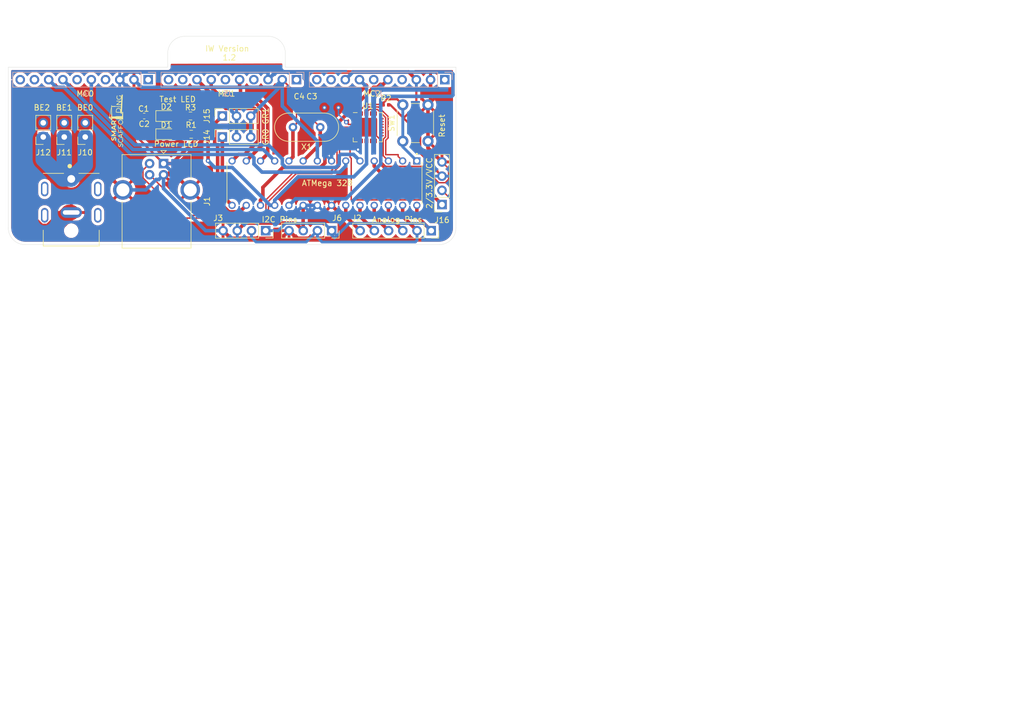
<source format=kicad_pcb>
(kicad_pcb (version 20171130) (host pcbnew "(5.1.5)-3")
  (layers (0 F.Cu mixed) (31 B.Cu signal) (34 B.Paste user) (35 F.Paste user) (36 B.SilkS user) (37 F.SilkS user) (38 B.Mask user) (39 F.Mask user) (44 Edge.Cuts user))
  (net 0 "")
  (net 1 VCC)
  (net 2 GND)
  (net 3 "Net-(C3-Pad1)")
  (net 4 "Net-(C4-Pad1)")
  (net 5 "Net-(D1-Pad2)")
  (net 6 "Net-(J1-Pad2)")
  (net 7 "Net-(J1-Pad3)")
  (net 8 /SCL)
  (net 9 /SDA)
  (net 10 "Net-(J2-Pad3)")
  (net 11 "Net-(J2-Pad4)")
  (net 12 "Net-(J2-Pad5)")
  (net 13 "Net-(J2-Pad6)")
  (net 14 /JointM1_1)
  (net 15 /JointM1_2)
  (net 16 /JointM1_PWM)
  (net 17 /JointM2_1)
  (net 18 /JointM2_2)
  (net 19 /JointM2_PWM)
  (net 20 /BEC_7V)
  (net 21 /GripperM1)
  (net 22 /GripperM2)
  (net 23 /PD2)
  (net 24 /3.3V)
  (net 25 /RST)
  (net 26 "Net-(U1-Pad1)")
  (net 27 "Net-(U1-Pad2)")
  (net 28 "Net-(U1-Pad7)")
  (net 29 "Net-(U1-Pad9)")
  (net 30 "Net-(U1-Pad10)")
  (net 31 "Net-(U1-Pad11)")
  (net 32 "Net-(U1-Pad12)")
  (net 33 "Net-(U1-Pad13)")
  (net 34 "Net-(U1-Pad14)")
  (net 35 "Net-(U1-Pad15)")
  (net 36 "Net-(U1-Pad16)")
  (net 37 "Net-(U1-Pad17)")
  (net 38 "Net-(U1-Pad18)")
  (net 39 "Net-(U1-Pad19)")
  (net 40 "Net-(U1-Pad20)")
  (net 41 "Net-(U1-Pad21)")
  (net 42 "Net-(U1-Pad22)")
  (net 43 "Net-(U1-Pad23)")
  (net 44 "Net-(U1-Pad24)")
  (net 45 /TXD)
  (net 46 /RXD)
  (net 47 "Net-(U1-Pad27)")
  (net 48 "Net-(D2-Pad2)")
  (net 49 "Net-(J4-Pad1)")
  (net 50 "Net-(J4-Pad4)")
  (net 51 /JointM0_PWM)
  (net 52 "Net-(J4-Pad6)")
  (net 53 /JointM0_2)
  (net 54 /JointM0_1)
  (net 55 "Net-(J4-Pad9)")
  (net 56 "Net-(J4-Pad10)")
  (net 57 "Net-(J5-Pad10)")
  (net 58 "Net-(J5-Pad9)")
  (net 59 "Net-(J5-Pad6)")
  (net 60 "Net-(J5-Pad4)")
  (net 61 "Net-(J5-Pad1)")
  (net 62 "Net-(J7-Pad1)")
  (net 63 "Net-(J7-Pad4)")
  (net 64 "Net-(J7-Pad6)")
  (net 65 "Net-(J7-Pad9)")
  (net 66 "Net-(J7-Pad10)")
  (module MountingHole:MountingHole_2.1mm (layer F.Cu) (at 119 43.75)
    (fp_text reference REF** hide)
    (fp_text value MountingHole_2.1mm)
    (pad "" np_thru_hole circle (at 0 0) (size 2.1 2.1) (drill 2.1) (layers *.Cu *.Mask))
  )
  (module MountingHole:MountingHole_2.1mm (layer F.Cu) (at 104 43.75)
    (fp_text reference REF** hide)
    (fp_text value MountingHole_2.1mm)
    (pad "" np_thru_hole circle (at 0 0) (size 2.1 2.1) (drill 2.1) (layers *.Cu *.Mask))
  )
  (module "" (layer F.Cu) (at 129.25 81.25)
    (fp_text reference "" (at 124.5 80.25) (layer F.SilkS) (effects (font (size 1.27 1.27))))
    (fp_text value "" (at 124.5 80.25) (layer F.SilkS) (effects (font (size 1.27 1.27))))
  )
  (module IW:MQPlogo3 (layer F.Cu) (at 91.8 55.9 90)
    (fp_text reference G*** hide)
    (fp_text value LOGO hide)
  )
  (module Capacitor_SMD:C_0402_1005Metric (layer F.Cu) (at 96.515 57.25)
    (fp_text reference C1 (at 0.185 -3.55) (layer F.SilkS))
    (fp_text value .1uF)
    (pad 1 smd roundrect (at -0.485 0) (size 0.59 0.64) (layers F.Cu F.Paste F.Mask) (net 1 VCC))
    (pad 2 smd roundrect (at 0.485 0) (size 0.59 0.64) (layers F.Cu F.Paste F.Mask) (net 2 GND))
  )
  (module Capacitor_SMD:C_0603_1608Metric (layer F.Cu) (at 96.7875 55 180)
    (fp_text reference C2 (at 0 -1.43) (layer F.SilkS))
    (fp_text value 10uF)
    (pad 1 smd roundrect (at -0.7875 0 180) (size 0.875 0.95) (layers F.Cu F.Paste F.Mask) (net 2 GND))
    (pad 2 smd roundrect (at 0.7875 0 180) (size 0.875 0.95) (layers F.Cu F.Paste F.Mask) (net 1 VCC))
  )
  (module Capacitor_SMD:C_0402_1005Metric (layer F.Cu) (at 126.75 52.5 180)
    (fp_text reference C3 (at 0 1) (layer F.SilkS))
    (fp_text value C)
    (pad 1 smd roundrect (at -0.485 0 180) (size 0.59 0.64) (layers F.Cu F.Paste F.Mask) (net 3 "Net-(C3-Pad1)"))
    (pad 2 smd roundrect (at 0.485 0 180) (size 0.59 0.64) (layers F.Cu F.Paste F.Mask) (net 2 GND))
  )
  (module Capacitor_SMD:C_0402_1005Metric (layer F.Cu) (at 124.485 52.5)
    (fp_text reference C4 (at 0 -1) (layer F.SilkS))
    (fp_text value C)
    (pad 2 smd roundrect (at 0.485 0) (size 0.59 0.64) (layers F.Cu F.Paste F.Mask) (net 2 GND))
    (pad 1 smd roundrect (at -0.485 0) (size 0.59 0.64) (layers F.Cu F.Paste F.Mask) (net 4 "Net-(C4-Pad1)"))
  )
  (module LED_SMD:LED_0805_2012Metric_Pad1.15x1.40mm_HandSolder (layer F.Cu) (at 100.725 58.25)
    (fp_text reference D1 (at 0 -1.65) (layer F.SilkS))
    (fp_text value LED)
    (pad 2 smd roundrect (at 1.025 0) (size 1.15 1.4) (layers F.Cu F.Paste F.Mask) (roundrect_rratio 0.217391) (net 5 "Net-(D1-Pad2)"))
    (pad 1 smd roundrect (at -1.025 0) (size 1.15 1.4) (layers F.Cu F.Paste F.Mask) (roundrect_rratio 0.217391) (net 2 GND))
  )
  (module LED_SMD:LED_0805_2012Metric_Pad1.15x1.40mm_HandSolder (layer F.Cu) (at 100.725 55)
    (fp_text reference D2 (at 0 -1.65) (layer F.SilkS))
    (fp_text value LED)
    (pad 1 smd roundrect (at -1.025 0) (size 1.15 1.4) (layers F.Cu F.Paste F.Mask) (roundrect_rratio 0.217391) (net 2 GND))
    (pad 2 smd roundrect (at 1.025 0) (size 1.15 1.4) (layers F.Cu F.Paste F.Mask) (roundrect_rratio 0.217391) (net 48 "Net-(D2-Pad2)"))
  )
  (module Connector_USB:USB_B_OST_USB-B1HSxx_Horizontal (layer F.Cu) (at 100.25 63.5 270)
    (fp_text reference J1 (at 6.76 -7.77 90) (layer F.SilkS))
    (fp_text value USB_B)
    (pad 1 thru_hole rect (at 0 0 270) (size 1.7 1.7) (drill 0.92) (layers *.Cu *.Mask) (net 1 VCC))
    (pad 2 thru_hole circle (at 0 2.5 270) (size 1.7 1.7) (drill 0.92) (layers *.Cu *.Mask) (net 6 "Net-(J1-Pad2)"))
    (pad 3 thru_hole circle (at 2 2.5 270) (size 1.7 1.7) (drill 0.92) (layers *.Cu *.Mask) (net 7 "Net-(J1-Pad3)"))
    (pad 4 thru_hole circle (at 2 0 270) (size 1.7 1.7) (drill 0.92) (layers *.Cu *.Mask) (net 2 GND))
    (pad 5 thru_hole circle (at 4.71 -4.77 270) (size 3.5 3.5) (drill 2.33) (layers *.Cu *.Mask) (net 2 GND))
    (pad 5 thru_hole circle (at 4.71 7.27 270) (size 3.5 3.5) (drill 2.33) (layers *.Cu *.Mask) (net 2 GND))
  )
  (module Connector_PinSocket_2.54mm:PinSocket_1x04_P2.54mm_Vertical (layer F.Cu) (at 118.5 75.5 270)
    (fp_text reference J3 (at -2.25 8.5 180) (layer F.SilkS))
    (fp_text value Encoder1)
    (pad 1 thru_hole rect (at 0 0 270) (size 1.7 1.7) (drill 1) (layers *.Cu *.Mask) (net 8 /SCL))
    (pad 2 thru_hole oval (at 0 2.54 270) (size 1.7 1.7) (drill 1) (layers *.Cu *.Mask) (net 9 /SDA))
    (pad 3 thru_hole oval (at 0 5.08 270) (size 1.7 1.7) (drill 1) (layers *.Cu *.Mask) (net 1 VCC))
    (pad 4 thru_hole oval (at 0 7.62 270) (size 1.7 1.7) (drill 1) (layers *.Cu *.Mask) (net 2 GND))
  )
  (module Connector_PinSocket_2.54mm:PinSocket_1x04_P2.54mm_Vertical (layer F.Cu) (at 130.29 75.5 270)
    (fp_text reference J6 (at -2.25 -0.96 180) (layer F.SilkS))
    (fp_text value "I2C Conn")
    (pad 1 thru_hole rect (at 0 0 270) (size 1.7 1.7) (drill 1) (layers *.Cu *.Mask) (net 8 /SCL))
    (pad 2 thru_hole oval (at 0 2.54 270) (size 1.7 1.7) (drill 1) (layers *.Cu *.Mask) (net 9 /SDA))
    (pad 3 thru_hole oval (at 0 5.08 270) (size 1.7 1.7) (drill 1) (layers *.Cu *.Mask) (net 1 VCC))
    (pad 4 thru_hole oval (at 0 7.62 270) (size 1.7 1.7) (drill 1) (layers *.Cu *.Mask) (net 2 GND))
  )
  (module Connector_PinSocket_2.54mm:PinSocket_1x02_P2.54mm_Vertical (layer F.Cu) (at 86.25 58.75 180)
    (fp_text reference J10 (at 0 -2.77) (layer F.SilkS))
    (fp_text value BCE_JM1)
    (pad 1 thru_hole rect (at 0 0 180) (size 1.7 1.7) (drill 1) (layers *.Cu *.Mask) (net 20 /BEC_7V))
    (pad 2 thru_hole oval (at 0 2.54 180) (size 1.7 1.7) (drill 1) (layers *.Cu *.Mask) (net 2 GND))
  )
  (module Connector_PinSocket_2.54mm:PinSocket_1x02_P2.54mm_Vertical (layer F.Cu) (at 82.5 58.75 180)
    (fp_text reference J11 (at 0 -2.77) (layer F.SilkS))
    (fp_text value BCE_JM2)
    (pad 2 thru_hole oval (at 0 2.54 180) (size 1.7 1.7) (drill 1) (layers *.Cu *.Mask) (net 2 GND))
    (pad 1 thru_hole rect (at 0 0 180) (size 1.7 1.7) (drill 1) (layers *.Cu *.Mask) (net 20 /BEC_7V))
  )
  (module Connector_PinSocket_2.54mm:PinSocket_1x02_P2.54mm_Vertical (layer F.Cu) (at 78.75 58.75 180)
    (fp_text reference J12 (at 0 -2.77) (layer F.SilkS))
    (fp_text value BCE_JM3)
    (pad 1 thru_hole rect (at 0 0 180) (size 1.7 1.7) (drill 1) (layers *.Cu *.Mask) (net 20 /BEC_7V))
    (pad 2 thru_hole oval (at 0 2.54 180) (size 1.7 1.7) (drill 1) (layers *.Cu *.Mask) (net 2 GND))
  )
  (module PJ-082BH:CUI_PJ-082BH (layer F.Cu) (at 83.75 71.75 90)
    (fp_text reference J13 hide)
    (fp_text value "High Voltage Power Supply")
    (pad 1 thru_hole circle (at 5.5 0 90) (size 2.1 2.1) (drill 1.4) (layers *.Cu *.Mask) (net 20 /BEC_7V))
    (pad 2 thru_hole oval (at -0.5 0 90) (size 1.9 3.8) (drill oval 0.8 3) (layers *.Cu *.Mask) (net 2 GND))
    (pad 3 thru_hole oval (at 3.7 -4.75 90) (size 2.616 1.308) (drill oval 2 0.8) (layers *.Cu *.Mask))
    (pad 4 thru_hole oval (at -1 -4.75 90) (size 2.616 1.308) (drill oval 2 0.8) (layers *.Cu *.Mask))
    (pad 5 thru_hole oval (at -1 4.75 90) (size 2.616 1.308) (drill oval 2 0.8) (layers *.Cu *.Mask))
    (pad 6 thru_hole oval (at 3.7 4.75 90) (size 2.616 1.308) (drill oval 2 0.8) (layers *.Cu *.Mask))
    (pad None np_thru_hole circle (at -3.75 0 90) (size 1.6 1.6) (drill 1.6) (layers *.Cu *.Mask))
  )
  (module Connector_PinSocket_2.54mm:PinSocket_1x03_P2.54mm_Vertical (layer F.Cu) (at 110.75 58.75 90)
    (fp_text reference J14 (at 0 -2.77 90) (layer F.SilkS))
    (fp_text value GipperM1)
    (pad 3 thru_hole oval (at 0 5.08 90) (size 1.7 1.7) (drill 1) (layers *.Cu *.Mask) (net 2 GND))
    (pad 2 thru_hole oval (at 0 2.54 90) (size 1.7 1.7) (drill 1) (layers *.Cu *.Mask) (net 1 VCC))
    (pad 1 thru_hole rect (at 0 0 90) (size 1.7 1.7) (drill 1) (layers *.Cu *.Mask) (net 21 /GripperM1))
  )
  (module Connector_PinSocket_2.54mm:PinSocket_1x03_P2.54mm_Vertical (layer F.Cu) (at 110.75 55 90)
    (fp_text reference J15 (at 0 -2.77 90) (layer F.SilkS))
    (fp_text value GipperM2)
    (pad 1 thru_hole rect (at 0 0 90) (size 1.7 1.7) (drill 1) (layers *.Cu *.Mask) (net 22 /GripperM2))
    (pad 2 thru_hole oval (at 0 2.54 90) (size 1.7 1.7) (drill 1) (layers *.Cu *.Mask) (net 1 VCC))
    (pad 3 thru_hole oval (at 0 5.08 90) (size 1.7 1.7) (drill 1) (layers *.Cu *.Mask) (net 2 GND))
  )
  (module Connector_PinSocket_2.54mm:PinSocket_1x04_P2.54mm_Vertical (layer F.Cu) (at 150 70.83 180)
    (fp_text reference J16 (at 0 -2.77) (layer F.SilkS))
    (fp_text value "3.3V and 5V")
    (pad 4 thru_hole oval (at 0 7.62 180) (size 1.7 1.7) (drill 1) (layers *.Cu *.Mask) (net 2 GND))
    (pad 3 thru_hole oval (at 0 5.08 180) (size 1.7 1.7) (drill 1) (layers *.Cu *.Mask) (net 1 VCC))
    (pad 2 thru_hole oval (at 0 2.54 180) (size 1.7 1.7) (drill 1) (layers *.Cu *.Mask) (net 24 /3.3V))
    (pad 1 thru_hole rect (at 0 0 180) (size 1.7 1.7) (drill 1) (layers *.Cu *.Mask) (net 23 /PD2))
  )
  (module Resistor_SMD:R_0805_2012Metric (layer F.Cu) (at 105.1875 58.25)
    (fp_text reference R1 (at 0 -1.65) (layer F.SilkS))
    (fp_text value 470)
    (pad 2 smd roundrect (at 0.9375 0) (size 0.975 1.4) (layers F.Cu F.Paste F.Mask) (net 1 VCC))
    (pad 1 smd roundrect (at -0.9375 0) (size 0.975 1.4) (layers F.Cu F.Paste F.Mask) (net 5 "Net-(D1-Pad2)"))
  )
  (module Resistor_SMD:R_0402_1005Metric (layer F.Cu) (at 139.985 53)
    (fp_text reference R2 (at 0 -1.17) (layer F.SilkS))
    (fp_text value R)
    (pad 1 smd roundrect (at -0.485 0) (size 0.59 0.64) (layers F.Cu F.Paste F.Mask) (net 25 /RST))
    (pad 2 smd roundrect (at 0.485 0) (size 0.59 0.64) (layers F.Cu F.Paste F.Mask) (net 1 VCC))
  )
  (module Resistor_SMD:R_0805_2012Metric (layer F.Cu) (at 105.0625 55)
    (fp_text reference R3 (at 0 -1.515001) (layer F.SilkS))
    (fp_text value 470)
    (pad 1 smd roundrect (at -0.9375 0) (size 0.975 1.4) (layers F.Cu F.Paste F.Mask) (net 48 "Net-(D2-Pad2)"))
    (pad 2 smd roundrect (at 0.9375 0) (size 0.975 1.4) (layers F.Cu F.Paste F.Mask) (net 18 /JointM2_2))
  )
  (module Button_Switch_THT:SW_PUSH_6mm (layer F.Cu) (at 143 59.5 90)
    (fp_text reference SW1 (at 3.25 -2 90) (layer F.SilkS))
    (fp_text value "Reset PB")
    (pad 2 thru_hole circle (at 0 4.5 180) (size 2 2) (drill 1.1) (layers *.Cu *.Mask) (net 2 GND))
    (pad 1 thru_hole circle (at 0 0 180) (size 2 2) (drill 1.1) (layers *.Cu *.Mask) (net 25 /RST))
    (pad 2 thru_hole circle (at 6.5 4.5 180) (size 2 2) (drill 1.1) (layers *.Cu *.Mask) (net 2 GND))
    (pad 1 thru_hole circle (at 6.5 0 180) (size 2 2) (drill 1.1) (layers *.Cu *.Mask) (net 25 /RST))
  )
  (module Package_DFN_QFN:QFN-28-1EP_5x5mm_P0.5mm_EP3.35x3.35mm (layer F.Cu) (at 136.75 57)
    (fp_text reference U1 (at 0 -3.8) (layer F.SilkS))
    (fp_text value CP2102N-A01-GQFN28)
    (pad 29 smd roundrect (at 0 0) (size 3.35 3.35) (layers F.Cu F.Mask) (roundrect_rratio 0.074627) (net 2 GND))
    (pad 1 smd roundrect (at -2.45 -1.5) (size 0.8 0.25) (layers F.Cu F.Paste F.Mask) (net 26 "Net-(U1-Pad1)"))
    (pad 2 smd roundrect (at -2.45 -1) (size 0.8 0.25) (layers F.Cu F.Paste F.Mask) (net 27 "Net-(U1-Pad2)"))
    (pad 3 smd roundrect (at -2.45 -0.5) (size 0.8 0.25) (layers F.Cu F.Paste F.Mask) (net 2 GND))
    (pad 4 smd roundrect (at -2.45 0) (size 0.8 0.25) (layers F.Cu F.Paste F.Mask) (net 7 "Net-(J1-Pad3)"))
    (pad 5 smd roundrect (at -2.45 0.5) (size 0.8 0.25) (layers F.Cu F.Paste F.Mask) (net 6 "Net-(J1-Pad2)"))
    (pad 6 smd roundrect (at -2.45 1) (size 0.8 0.25) (layers F.Cu F.Paste F.Mask) (net 24 /3.3V))
    (pad 7 smd roundrect (at -2.45 1.5) (size 0.8 0.25) (layers F.Cu F.Paste F.Mask) (net 28 "Net-(U1-Pad7)"))
    (pad 8 smd roundrect (at -1.5 2.45) (size 0.25 0.8) (layers F.Cu F.Paste F.Mask) (net 1 VCC))
    (pad 9 smd roundrect (at -1 2.45) (size 0.25 0.8) (layers F.Cu F.Paste F.Mask) (net 29 "Net-(U1-Pad9)"))
    (pad 10 smd roundrect (at -0.5 2.45) (size 0.25 0.8) (layers F.Cu F.Paste F.Mask) (net 30 "Net-(U1-Pad10)"))
    (pad 11 smd roundrect (at 0 2.45) (size 0.25 0.8) (layers F.Cu F.Paste F.Mask) (net 31 "Net-(U1-Pad11)"))
    (pad 12 smd roundrect (at 0.5 2.45) (size 0.25 0.8) (layers F.Cu F.Paste F.Mask) (net 32 "Net-(U1-Pad12)"))
    (pad 13 smd roundrect (at 1 2.45) (size 0.25 0.8) (layers F.Cu F.Paste F.Mask) (net 33 "Net-(U1-Pad13)"))
    (pad 14 smd roundrect (at 1.5 2.45) (size 0.25 0.8) (layers F.Cu F.Paste F.Mask) (net 34 "Net-(U1-Pad14)"))
    (pad 15 smd roundrect (at 2.45 1.5) (size 0.8 0.25) (layers F.Cu F.Paste F.Mask) (net 35 "Net-(U1-Pad15)"))
    (pad 16 smd roundrect (at 2.45 1) (size 0.8 0.25) (layers F.Cu F.Paste F.Mask) (net 36 "Net-(U1-Pad16)"))
    (pad 17 smd roundrect (at 2.45 0.5) (size 0.8 0.25) (layers F.Cu F.Paste F.Mask) (net 37 "Net-(U1-Pad17)"))
    (pad 18 smd roundrect (at 2.45 0) (size 0.8 0.25) (layers F.Cu F.Paste F.Mask) (net 38 "Net-(U1-Pad18)"))
    (pad 19 smd roundrect (at 2.45 -0.5) (size 0.8 0.25) (layers F.Cu F.Paste F.Mask) (net 39 "Net-(U1-Pad19)"))
    (pad 20 smd roundrect (at 2.45 -1) (size 0.8 0.25) (layers F.Cu F.Paste F.Mask) (net 40 "Net-(U1-Pad20)"))
    (pad 21 smd roundrect (at 2.45 -1.5) (size 0.8 0.25) (layers F.Cu F.Paste F.Mask) (net 41 "Net-(U1-Pad21)"))
    (pad 22 smd roundrect (at 1.5 -2.45) (size 0.25 0.8) (layers F.Cu F.Paste F.Mask) (net 42 "Net-(U1-Pad22)"))
    (pad 23 smd roundrect (at 1 -2.45) (size 0.25 0.8) (layers F.Cu F.Paste F.Mask) (net 43 "Net-(U1-Pad23)"))
    (pad 24 smd roundrect (at 0.5 -2.45) (size 0.25 0.8) (layers F.Cu F.Paste F.Mask) (net 44 "Net-(U1-Pad24)"))
    (pad 25 smd roundrect (at 0 -2.45) (size 0.25 0.8) (layers F.Cu F.Paste F.Mask) (net 45 /TXD))
    (pad 26 smd roundrect (at -0.5 -2.45) (size 0.25 0.8) (layers F.Cu F.Paste F.Mask) (net 46 /RXD))
    (pad 27 smd roundrect (at -1 -2.45) (size 0.25 0.8) (layers F.Cu F.Paste F.Mask) (net 47 "Net-(U1-Pad27)"))
    (pad 28 smd roundrect (at -1.5 -2.45) (size 0.25 0.8) (layers F.Cu F.Paste F.Mask) (net 25 /RST))
  )
  (module ATMEGA8-16PU:DIP793W45P254L3479H457Q28 (layer F.Cu) (at 129 67 270)
    (fp_text reference U2 hide)
    (fp_text value ATMEGA8-16PU)
    (pad 1 thru_hole rect (at -3.969 -16.51 270) (size 1.298 1.298) (drill 0.79) (layers *.Cu *.Mask) (net 25 /RST))
    (pad 2 thru_hole circle (at -3.969 -13.97 270) (size 1.298 1.298) (drill 0.79) (layers *.Cu *.Mask) (net 46 /RXD))
    (pad 3 thru_hole circle (at -3.969 -11.43 270) (size 1.298 1.298) (drill 0.79) (layers *.Cu *.Mask) (net 45 /TXD))
    (pad 4 thru_hole circle (at -3.969 -8.89 270) (size 1.298 1.298) (drill 0.79) (layers *.Cu *.Mask) (net 23 /PD2))
    (pad 5 thru_hole circle (at -3.969 -6.35 270) (size 1.298 1.298) (drill 0.79) (layers *.Cu *.Mask) (net 51 /JointM0_PWM))
    (pad 6 thru_hole circle (at -3.969 -3.81 270) (size 1.298 1.298) (drill 0.79) (layers *.Cu *.Mask) (net 54 /JointM0_1))
    (pad 7 thru_hole circle (at -3.969 -1.27 270) (size 1.298 1.298) (drill 0.79) (layers *.Cu *.Mask) (net 1 VCC))
    (pad 8 thru_hole circle (at -3.969 1.27 270) (size 1.298 1.298) (drill 0.79) (layers *.Cu *.Mask) (net 2 GND))
    (pad 9 thru_hole circle (at -3.969 3.81 270) (size 1.298 1.298) (drill 0.79) (layers *.Cu *.Mask) (net 3 "Net-(C3-Pad1)"))
    (pad 10 thru_hole circle (at -3.969 6.35 270) (size 1.298 1.298) (drill 0.79) (layers *.Cu *.Mask) (net 4 "Net-(C4-Pad1)"))
    (pad 11 thru_hole circle (at -3.969 8.89 270) (size 1.298 1.298) (drill 0.79) (layers *.Cu *.Mask) (net 53 /JointM0_2))
    (pad 12 thru_hole circle (at -3.969 11.43 270) (size 1.298 1.298) (drill 0.79) (layers *.Cu *.Mask) (net 16 /JointM1_PWM))
    (pad 13 thru_hole circle (at -3.969 13.97 270) (size 1.298 1.298) (drill 0.79) (layers *.Cu *.Mask) (net 15 /JointM1_2))
    (pad 14 thru_hole circle (at -3.969 16.51 270) (size 1.298 1.298) (drill 0.79) (layers *.Cu *.Mask) (net 14 /JointM1_1))
    (pad 15 thru_hole circle (at 3.969 16.51 270) (size 1.298 1.298) (drill 0.79) (layers *.Cu *.Mask) (net 21 /GripperM1))
    (pad 16 thru_hole circle (at 3.969 13.97 270) (size 1.298 1.298) (drill 0.79) (layers *.Cu *.Mask) (net 22 /GripperM2))
    (pad 17 thru_hole circle (at 3.969 11.43 270) (size 1.298 1.298) (drill 0.79) (layers *.Cu *.Mask) (net 19 /JointM2_PWM))
    (pad 18 thru_hole circle (at 3.969 8.89 270) (size 1.298 1.298) (drill 0.79) (layers *.Cu *.Mask) (net 18 /JointM2_2))
    (pad 19 thru_hole circle (at 3.969 6.35 270) (size 1.298 1.298) (drill 0.79) (layers *.Cu *.Mask) (net 17 /JointM2_1))
    (pad 20 thru_hole circle (at 3.969 3.81 270) (size 1.298 1.298) (drill 0.79) (layers *.Cu *.Mask) (net 1 VCC))
    (pad 21 thru_hole circle (at 3.969 1.27 270) (size 1.298 1.298) (drill 0.79) (layers *.Cu *.Mask) (net 1 VCC))
    (pad 22 thru_hole circle (at 3.969 -1.27 270) (size 1.298 1.298) (drill 0.79) (layers *.Cu *.Mask) (net 2 GND))
    (pad 23 thru_hole circle (at 3.969 -3.81 270) (size 1.298 1.298) (drill 0.79) (layers *.Cu *.Mask) (net 13 "Net-(J2-Pad6)"))
    (pad 24 thru_hole circle (at 3.969 -6.35 270) (size 1.298 1.298) (drill 0.79) (layers *.Cu *.Mask) (net 12 "Net-(J2-Pad5)"))
    (pad 25 thru_hole circle (at 3.969 -8.89 270) (size 1.298 1.298) (drill 0.79) (layers *.Cu *.Mask) (net 11 "Net-(J2-Pad4)"))
    (pad 26 thru_hole circle (at 3.969 -11.43 270) (size 1.298 1.298) (drill 0.79) (layers *.Cu *.Mask) (net 10 "Net-(J2-Pad3)"))
    (pad 27 thru_hole circle (at 3.969 -13.97 270) (size 1.298 1.298) (drill 0.79) (layers *.Cu *.Mask) (net 9 /SDA))
    (pad 28 thru_hole circle (at 3.969 -16.51 270) (size 1.298 1.298) (drill 0.79) (layers *.Cu *.Mask) (net 8 /SCL))
  )
  (module Crystal:Crystal_HC49-4H_Vertical (layer F.Cu) (at 128.25 57 180)
    (fp_text reference X1 (at 2.44 -3.525) (layer F.SilkS))
    (fp_text value 16MHz)
    (pad 1 thru_hole circle (at 0 0 180) (size 1.5 1.5) (drill 0.8) (layers *.Cu *.Mask) (net 3 "Net-(C3-Pad1)"))
    (pad 2 thru_hole circle (at 4.88 0 180) (size 1.5 1.5) (drill 0.8) (layers *.Cu *.Mask) (net 4 "Net-(C4-Pad1)"))
  )
  (module Connector_PinSocket_2.54mm:PinSocket_1x06_P2.54mm_Vertical (layer F.Cu) (at 148.08 75.5 270)
    (fp_text reference J2 (at -2.25 13.33 180) (layer F.SilkS))
    (fp_text value "Analog In")
    (pad 1 thru_hole rect (at 0 0 270) (size 1.7 1.7) (drill 1) (layers *.Cu *.Mask) (net 8 /SCL))
    (pad 2 thru_hole oval (at 0 2.54 270) (size 1.7 1.7) (drill 1) (layers *.Cu *.Mask) (net 9 /SDA))
    (pad 3 thru_hole oval (at 0 5.08 270) (size 1.7 1.7) (drill 1) (layers *.Cu *.Mask) (net 10 "Net-(J2-Pad3)"))
    (pad 4 thru_hole oval (at 0 7.62 270) (size 1.7 1.7) (drill 1) (layers *.Cu *.Mask) (net 11 "Net-(J2-Pad4)"))
    (pad 5 thru_hole oval (at 0 10.16 270) (size 1.7 1.7) (drill 1) (layers *.Cu *.Mask) (net 12 "Net-(J2-Pad5)"))
    (pad 6 thru_hole oval (at 0 12.7 270) (size 1.7 1.7) (drill 1) (layers *.Cu *.Mask) (net 13 "Net-(J2-Pad6)"))
  )
  (module Connector_PinSocket_2.54mm:PinSocket_1x10_P2.54mm_Vertical (layer B.Cu) (at 97.5 48.5 90)
    (fp_text reference J4 (at -2.5 -11 -180) (layer B.SilkS) (effects (justify mirror)))
    (fp_text value "Joint 0")
    (pad 1 thru_hole rect (at 0 0 90) (size 1.7 1.7) (drill 1) (layers *.Cu *.Mask) (net 49 "Net-(J4-Pad1)"))
    (pad 2 thru_hole oval (at 0 -2.54 90) (size 1.7 1.7) (drill 1) (layers *.Cu *.Mask) (net 2 GND))
    (pad 3 thru_hole oval (at 0 -5.08 90) (size 1.7 1.7) (drill 1) (layers *.Cu *.Mask) (net 1 VCC))
    (pad 4 thru_hole oval (at 0 -7.62 90) (size 1.7 1.7) (drill 1) (layers *.Cu *.Mask) (net 50 "Net-(J4-Pad4)"))
    (pad 5 thru_hole oval (at 0 -10.16 90) (size 1.7 1.7) (drill 1) (layers *.Cu *.Mask) (net 51 /JointM0_PWM))
    (pad 6 thru_hole oval (at 0 -12.7 90) (size 1.7 1.7) (drill 1) (layers *.Cu *.Mask) (net 52 "Net-(J4-Pad6)"))
    (pad 7 thru_hole oval (at 0 -15.24 90) (size 1.7 1.7) (drill 1) (layers *.Cu *.Mask) (net 53 /JointM0_2))
    (pad 8 thru_hole oval (at 0 -17.78 90) (size 1.7 1.7) (drill 1) (layers *.Cu *.Mask) (net 54 /JointM0_1))
    (pad 9 thru_hole oval (at 0 -20.32 90) (size 1.7 1.7) (drill 1) (layers *.Cu *.Mask) (net 55 "Net-(J4-Pad9)"))
    (pad 10 thru_hole oval (at 0 -22.86 90) (size 1.7 1.7) (drill 1) (layers *.Cu *.Mask) (net 56 "Net-(J4-Pad10)"))
  )
  (module Connector_PinSocket_2.54mm:PinSocket_1x10_P2.54mm_Vertical (layer B.Cu) (at 124 48.5 90)
    (fp_text reference J5 (at -2.5 -12.29 -180) (layer B.SilkS) (effects (justify mirror)))
    (fp_text value "Joint 1")
    (pad 10 thru_hole oval (at 0 -22.86 90) (size 1.7 1.7) (drill 1) (layers *.Cu *.Mask) (net 57 "Net-(J5-Pad10)"))
    (pad 9 thru_hole oval (at 0 -20.32 90) (size 1.7 1.7) (drill 1) (layers *.Cu *.Mask) (net 58 "Net-(J5-Pad9)"))
    (pad 8 thru_hole oval (at 0 -17.78 90) (size 1.7 1.7) (drill 1) (layers *.Cu *.Mask) (net 14 /JointM1_1))
    (pad 7 thru_hole oval (at 0 -15.24 90) (size 1.7 1.7) (drill 1) (layers *.Cu *.Mask) (net 15 /JointM1_2))
    (pad 6 thru_hole oval (at 0 -12.7 90) (size 1.7 1.7) (drill 1) (layers *.Cu *.Mask) (net 59 "Net-(J5-Pad6)"))
    (pad 5 thru_hole oval (at 0 -10.16 90) (size 1.7 1.7) (drill 1) (layers *.Cu *.Mask) (net 16 /JointM1_PWM))
    (pad 4 thru_hole oval (at 0 -7.62 90) (size 1.7 1.7) (drill 1) (layers *.Cu *.Mask) (net 60 "Net-(J5-Pad4)"))
    (pad 3 thru_hole oval (at 0 -5.08 90) (size 1.7 1.7) (drill 1) (layers *.Cu *.Mask) (net 1 VCC))
    (pad 2 thru_hole oval (at 0 -2.54 90) (size 1.7 1.7) (drill 1) (layers *.Cu *.Mask) (net 2 GND))
    (pad 1 thru_hole rect (at 0 0 90) (size 1.7 1.7) (drill 1) (layers *.Cu *.Mask) (net 61 "Net-(J5-Pad1)"))
  )
  (module Connector_PinSocket_2.54mm:PinSocket_1x10_P2.54mm_Vertical (layer B.Cu) (at 150.5 48.5 90)
    (fp_text reference J7 (at -2.5 -11.75 -180) (layer B.SilkS) (effects (justify mirror)))
    (fp_text value "Joint 2")
    (pad 1 thru_hole rect (at 0 0 90) (size 1.7 1.7) (drill 1) (layers *.Cu *.Mask) (net 62 "Net-(J7-Pad1)"))
    (pad 2 thru_hole oval (at 0 -2.54 90) (size 1.7 1.7) (drill 1) (layers *.Cu *.Mask) (net 2 GND))
    (pad 3 thru_hole oval (at 0 -5.08 90) (size 1.7 1.7) (drill 1) (layers *.Cu *.Mask) (net 1 VCC))
    (pad 4 thru_hole oval (at 0 -7.62 90) (size 1.7 1.7) (drill 1) (layers *.Cu *.Mask) (net 63 "Net-(J7-Pad4)"))
    (pad 5 thru_hole oval (at 0 -10.16 90) (size 1.7 1.7) (drill 1) (layers *.Cu *.Mask) (net 19 /JointM2_PWM))
    (pad 6 thru_hole oval (at 0 -12.7 90) (size 1.7 1.7) (drill 1) (layers *.Cu *.Mask) (net 64 "Net-(J7-Pad6)"))
    (pad 7 thru_hole oval (at 0 -15.24 90) (size 1.7 1.7) (drill 1) (layers *.Cu *.Mask) (net 18 /JointM2_2))
    (pad 8 thru_hole oval (at 0 -17.78 90) (size 1.7 1.7) (drill 1) (layers *.Cu *.Mask) (net 17 /JointM2_1))
    (pad 9 thru_hole oval (at 0 -20.32 90) (size 1.7 1.7) (drill 1) (layers *.Cu *.Mask) (net 65 "Net-(J7-Pad9)"))
    (pad 10 thru_hole oval (at 0 -22.86 90) (size 1.7 1.7) (drill 1) (layers *.Cu *.Mask) (net 66 "Net-(J7-Pad10)"))
  )
  (gr_text 2/3.3V/VCC (at 147.75 67 90) (layer F.SilkS) (effects (font (size 1 1))))
  (gr_text "ATMega 328" (at 129.5 67) (layer F.SilkS) (effects (font (size 1 1))))
  (gr_text "IW Version \n1.2" (at 112 43.75) (layer F.SilkS) (effects (font (size 1 1))))
  (gr_text GR1 (at 118.5 55 90) (layer F.SilkS) (effects (font (size 1 1))))
  (gr_text GR0 (at 118.5 58.75 90) (layer F.SilkS) (effects (font (size 1 1))))
  (gr_text Reset (at 150 56.75 90) (layer F.SilkS) (effects (font (size 1 1))))
  (gr_text "I2C Pins" (at 121 73.5) (layer F.SilkS) (effects (font (size 1 1))))
  (gr_text "Analog Pins" (at 142 73.5) (layer F.SilkS) (effects (font (size 1 1))))
  (gr_text MC2 (at 137.5 51) (layer F.SilkS) (effects (font (size 1 1))))
  (gr_text MC1 (at 111.5 51) (layer F.SilkS) (effects (font (size 1 1))))
  (gr_text MC0 (at 86.25 51) (layer F.SilkS) (effects (font (size 1 1))))
  (gr_text "Test LED" (at 102.75 52) (layer F.SilkS) (effects (font (size 1 1))))
  (gr_text "Power LED" (at 102.5 60) (layer F.SilkS) (effects (font (size 1 1))))
  (gr_text BE2 (at 78.5 53.5) (layer F.SilkS) (effects (font (size 1 1))))
  (gr_text BE1 (at 82.5 53.5) (layer F.SilkS) (effects (font (size 1 1))))
  (gr_text BE0 (at 86.25 53.5) (layer F.SilkS) (effects (font (size 1 1))))
  (gr_line (start 101 46.25) (end 72.5 46.25) (layer Edge.Cuts) (width 0.05))
  (gr_line (start 122 46.25) (end 152.5 46.25) (layer Edge.Cuts) (width 0.05))
  (gr_line (start 101 43.75) (end 101 46.25) (layer Edge.Cuts) (width 0.05))
  (gr_line (start 119 40.75) (end 104 40.75) (layer Edge.Cuts) (width 0.05))
  (gr_line (start 122 43.75) (end 122 46.25) (layer Edge.Cuts) (width 0.05))
  (gr_arc (start 119 43.75) (end 122 43.75) (angle -90) (layer Edge.Cuts) (width 0.05))
  (gr_arc (start 104 43.75) (end 104 40.75) (angle -90) (layer Edge.Cuts) (width 0.05))
  (gr_line (start 152.5 46.25) (end 152.5 75) (layer Edge.Cuts) (width 0.05))
  (gr_line (start 72.5 75) (end 72.5 46.25) (layer Edge.Cuts) (width 0.05))
  (gr_line (start 75.5 78) (end 149.5 78) (layer Edge.Cuts) (width 0.05))
  (gr_arc (start 75.5 75) (end 72.5 75) (angle -90) (layer Edge.Cuts) (width 0.05))
  (gr_arc (start 149.5 75) (end 149.5 78) (angle -90) (layer Edge.Cuts) (width 0.05))
  (via (at 135 61) (size 0.8) (drill 0.4) (layers F.Cu B.Cu) (net 1))
  (segment (start 125.19 70.969) (end 124.023499 72.135501) (width 0.635) (layer B.Cu) (net 1))
  (segment (start 101.617501 68.163403) (end 101.617501 64.867501) (width 0.635) (layer B.Cu) (net 1))
  (segment (start 106.424609 72.970511) (end 101.617501 68.163403) (width 0.635) (layer B.Cu) (net 1))
  (segment (start 121.829371 72.970511) (end 106.424609 72.970511) (width 0.635) (layer B.Cu) (net 1))
  (segment (start 122.664381 72.135501) (end 121.829371 72.970511) (width 0.635) (layer B.Cu) (net 1))
  (segment (start 101.617501 64.867501) (end 100.25 63.5) (width 0.635) (layer B.Cu) (net 1))
  (segment (start 124.023499 72.135501) (end 122.664381 72.135501) (width 0.635) (layer B.Cu) (net 1))
  (segment (start 106.125 58.95) (end 106.125 58.25) (width 0.635) (layer F.Cu) (net 1))
  (segment (start 106.125 59.11) (end 106.125 58.95) (width 0.635) (layer F.Cu) (net 1))
  (segment (start 101.735 63.5) (end 106.125 59.11) (width 0.635) (layer F.Cu) (net 1))
  (segment (start 100.25 63.5) (end 101.735 63.5) (width 0.635) (layer F.Cu) (net 1))
  (segment (start 149.150001 64.670099) (end 149.150001 64.900001) (width 0.381) (layer F.Cu) (net 1))
  (segment (start 146.109499 61.629597) (end 149.150001 64.670099) (width 0.381) (layer F.Cu) (net 1))
  (segment (start 149.150001 64.900001) (end 150 65.75) (width 0.381) (layer F.Cu) (net 1))
  (segment (start 146.109499 58.344499) (end 146.109499 61.629597) (width 0.381) (layer F.Cu) (net 1))
  (segment (start 140.47 53) (end 140.765 53) (width 0.381) (layer F.Cu) (net 1))
  (segment (start 145.42 53.08) (end 145.42 48.5) (width 0.381) (layer F.Cu) (net 1))
  (segment (start 143.1325 55.3675) (end 145.42 53.08) (width 0.381) (layer F.Cu) (net 1))
  (segment (start 143.1325 55.3675) (end 146.109499 58.344499) (width 0.381) (layer F.Cu) (net 1))
  (segment (start 140.765 53) (end 143.1325 55.3675) (width 0.381) (layer F.Cu) (net 1))
  (segment (start 120.287501 47.132499) (end 119.769999 47.650001) (width 0.635) (layer B.Cu) (net 1))
  (segment (start 125.264001 47.132499) (end 120.287501 47.132499) (width 0.635) (layer B.Cu) (net 1))
  (segment (start 125.367501 47.235999) (end 125.264001 47.132499) (width 0.635) (layer B.Cu) (net 1))
  (segment (start 119.769999 47.650001) (end 118.92 48.5) (width 0.635) (layer B.Cu) (net 1))
  (segment (start 125.367501 48.251403) (end 125.367501 47.235999) (width 0.635) (layer B.Cu) (net 1))
  (segment (start 130.27 53.153902) (end 125.367501 48.251403) (width 0.635) (layer B.Cu) (net 1))
  (segment (start 130.27 63.031) (end 130.27 53.153902) (width 0.635) (layer B.Cu) (net 1))
  (segment (start 113.29 55) (end 113.29 58.75) (width 0.635) (layer B.Cu) (net 1))
  (segment (start 125.19 70.969) (end 127.73 70.969) (width 0.635) (layer B.Cu) (net 1))
  (segment (start 93.269999 47.650001) (end 92.42 48.5) (width 0.635) (layer B.Cu) (net 1))
  (segment (start 93.787501 47.132499) (end 93.269999 47.650001) (width 0.635) (layer B.Cu) (net 1))
  (segment (start 118.92 47.297919) (end 118.75458 47.132499) (width 0.635) (layer B.Cu) (net 1))
  (segment (start 118.75458 47.132499) (end 93.787501 47.132499) (width 0.635) (layer B.Cu) (net 1))
  (segment (start 118.92 48.5) (end 118.92 47.297919) (width 0.635) (layer B.Cu) (net 1))
  (segment (start 125.19 75.48) (end 125.21 75.5) (width 0.635) (layer F.Cu) (net 1))
  (segment (start 125.19 70.969) (end 125.19 75.48) (width 0.635) (layer F.Cu) (net 1))
  (segment (start 124.360001 74.650001) (end 125.21 75.5) (width 0.635) (layer F.Cu) (net 1))
  (segment (start 123.842499 74.132499) (end 124.360001 74.650001) (width 0.635) (layer F.Cu) (net 1))
  (segment (start 114.787501 74.132499) (end 123.842499 74.132499) (width 0.635) (layer F.Cu) (net 1))
  (segment (start 113.42 75.5) (end 114.787501 74.132499) (width 0.635) (layer F.Cu) (net 1))
  (segment (start 96.03 59.28) (end 100.25 63.5) (width 0.381) (layer F.Cu) (net 1))
  (segment (start 96.03 57.25) (end 96.03 59.28) (width 0.381) (layer F.Cu) (net 1))
  (segment (start 96 57.22) (end 96.03 57.25) (width 0.381) (layer F.Cu) (net 1))
  (segment (start 96 55) (end 96 57.22) (width 0.381) (layer F.Cu) (net 1))
  (segment (start 95.5625 55) (end 96 55) (width 0.381) (layer F.Cu) (net 1))
  (segment (start 92.42 51.8575) (end 95.5625 55) (width 0.381) (layer F.Cu) (net 1))
  (segment (start 92.42 48.5) (end 92.42 51.8575) (width 0.381) (layer F.Cu) (net 1))
  (segment (start 130.27 62.113176) (end 131.383176 61) (width 0.25) (layer B.Cu) (net 1))
  (segment (start 130.27 63.031) (end 130.27 62.113176) (width 0.25) (layer B.Cu) (net 1))
  (segment (start 131.383176 61) (end 134.274999 61) (width 0.25) (layer B.Cu) (net 1))
  (segment (start 134.274999 61) (end 135 61) (width 0.25) (layer B.Cu) (net 1))
  (segment (start 135.25 60.75) (end 135 61) (width 0.25) (layer F.Cu) (net 1))
  (segment (start 135.25 59.45) (end 135.25 60.75) (width 0.25) (layer F.Cu) (net 1))
  (segment (start 112.440001 54.150001) (end 113.29 55) (width 0.635) (layer B.Cu) (net 1))
  (segment (start 108.992511 50.702511) (end 112.440001 54.150001) (width 0.635) (layer B.Cu) (net 1))
  (segment (start 94.622511 50.702511) (end 108.992511 50.702511) (width 0.635) (layer B.Cu) (net 1))
  (segment (start 92.42 48.5) (end 94.622511 50.702511) (width 0.635) (layer B.Cu) (net 1))
  (segment (start 144.052499 47.132499) (end 144.570001 47.650001) (width 0.635) (layer F.Cu) (net 1))
  (segment (start 120.287501 47.132499) (end 144.052499 47.132499) (width 0.635) (layer F.Cu) (net 1))
  (segment (start 144.570001 47.650001) (end 145.42 48.5) (width 0.635) (layer F.Cu) (net 1))
  (segment (start 118.92 48.5) (end 120.287501 47.132499) (width 0.635) (layer F.Cu) (net 1))
  (via (at 129 53.5) (size 0.8) (drill 0.4) (layers F.Cu B.Cu) (net 2))
  (via (at 131.5 53.5) (size 0.8) (drill 0.4) (layers F.Cu B.Cu) (net 2))
  (segment (start 129 53.5) (end 131.5 53.5) (width 0.25) (layer F.Cu) (net 2))
  (via (at 132.9 56.1) (size 0.8) (drill 0.4) (layers F.Cu B.Cu) (net 2))
  (segment (start 77.547919 56.21) (end 78.75 56.21) (width 2.76552) (layer F.Cu) (net 2))
  (segment (start 76.317239 56.633791) (end 76.74103 56.21) (width 2.76552) (layer F.Cu) (net 2))
  (segment (start 76.317239 73.884509) (end 76.317239 56.633791) (width 2.76552) (layer F.Cu) (net 2))
  (segment (start 79.9265 75.64077) (end 78.0735 75.64077) (width 2.76552) (layer F.Cu) (net 2))
  (segment (start 76.74103 56.21) (end 77.547919 56.21) (width 2.76552) (layer F.Cu) (net 2))
  (segment (start 83.31727 72.25) (end 79.9265 75.64077) (width 2.76552) (layer F.Cu) (net 2))
  (segment (start 78.0735 75.64077) (end 76.317239 73.884509) (width 2.76552) (layer F.Cu) (net 2))
  (segment (start 83.75 72.25) (end 83.31727 72.25) (width 2.76552) (layer F.Cu) (net 2))
  (segment (start 78.75 56.21) (end 82.5 56.21) (width 2.76552) (layer F.Cu) (net 2))
  (segment (start 82.5 56.21) (end 86.25 56.21) (width 2.76552) (layer F.Cu) (net 2))
  (segment (start 124.97 52.5) (end 126.265 52.5) (width 0.25) (layer F.Cu) (net 2))
  (segment (start 99.7 55) (end 99.7 58.25) (width 0.508) (layer F.Cu) (net 2))
  (segment (start 97.575 55) (end 99.7 55) (width 0.508) (layer F.Cu) (net 2))
  (segment (start 147.5 60.71) (end 150 63.21) (width 0.635) (layer F.Cu) (net 2))
  (segment (start 147.5 59.5) (end 147.5 60.71) (width 0.635) (layer F.Cu) (net 2))
  (segment (start 147.5 53) (end 147.5 59.5) (width 0.635) (layer F.Cu) (net 2))
  (segment (start 147.96 52.54) (end 147.5 53) (width 0.635) (layer F.Cu) (net 2))
  (segment (start 147.96 48.5) (end 147.96 52.54) (width 0.635) (layer F.Cu) (net 2))
  (segment (start 151.175001 66.314001) (end 151.175001 64.385001) (width 0.25) (layer F.Cu) (net 2))
  (segment (start 150.564001 66.925001) (end 151.175001 66.314001) (width 0.25) (layer F.Cu) (net 2))
  (segment (start 149.435999 66.925001) (end 150.564001 66.925001) (width 0.25) (layer F.Cu) (net 2))
  (segment (start 147.755863 65.244865) (end 149.435999 66.925001) (width 0.25) (layer F.Cu) (net 2))
  (segment (start 147.755863 64.005001) (end 147.755863 65.244865) (width 0.25) (layer F.Cu) (net 2))
  (segment (start 151.175001 64.385001) (end 150.849999 64.059999) (width 0.25) (layer F.Cu) (net 2))
  (segment (start 139.962479 64.005001) (end 147.755863 64.005001) (width 0.25) (layer F.Cu) (net 2))
  (segment (start 139 63.042522) (end 139.962479 64.005001) (width 0.25) (layer F.Cu) (net 2))
  (segment (start 150.849999 64.059999) (end 150 63.21) (width 0.25) (layer F.Cu) (net 2))
  (segment (start 139 59.25) (end 139 63.042522) (width 0.25) (layer F.Cu) (net 2))
  (segment (start 136.75 57) (end 139 59.25) (width 0.25) (layer F.Cu) (net 2))
  (segment (start 121.46 49.702081) (end 121.46 48.5) (width 0.635) (layer B.Cu) (net 2))
  (segment (start 121.46 53.214098) (end 121.46 49.702081) (width 0.635) (layer B.Cu) (net 2))
  (segment (start 127.73 59.484098) (end 121.46 53.214098) (width 0.635) (layer B.Cu) (net 2))
  (segment (start 127.73 63.031) (end 127.73 59.484098) (width 0.635) (layer B.Cu) (net 2))
  (segment (start 115.83 55) (end 115.83 58.75) (width 0.635) (layer B.Cu) (net 2))
  (segment (start 121.46 49.37) (end 121.46 48.5) (width 0.635) (layer B.Cu) (net 2))
  (segment (start 115.83 55) (end 121.46 49.37) (width 0.635) (layer B.Cu) (net 2))
  (segment (start 124.97 52.01) (end 121.46 48.5) (width 0.3048) (layer F.Cu) (net 2))
  (segment (start 124.97 52.5) (end 124.97 52.01) (width 0.3048) (layer F.Cu) (net 2))
  (segment (start 95.809999 49.349999) (end 94.96 48.5) (width 0.635) (layer B.Cu) (net 2))
  (segment (start 96.327501 49.867501) (end 95.809999 49.349999) (width 0.635) (layer B.Cu) (net 2))
  (segment (start 120.092499 49.867501) (end 96.327501 49.867501) (width 0.635) (layer B.Cu) (net 2))
  (segment (start 121.46 48.5) (end 120.092499 49.867501) (width 0.635) (layer B.Cu) (net 2))
  (segment (start 123.519999 76.349999) (end 122.67 75.5) (width 0.635) (layer F.Cu) (net 2))
  (segment (start 131.554001 76.867501) (end 124.037501 76.867501) (width 0.635) (layer F.Cu) (net 2))
  (segment (start 131.657501 76.764001) (end 131.554001 76.867501) (width 0.635) (layer F.Cu) (net 2))
  (segment (start 124.037501 76.867501) (end 123.519999 76.349999) (width 0.635) (layer F.Cu) (net 2))
  (segment (start 131.657501 72.356501) (end 131.657501 76.764001) (width 0.635) (layer F.Cu) (net 2))
  (segment (start 130.27 70.969) (end 131.657501 72.356501) (width 0.635) (layer F.Cu) (net 2))
  (segment (start 111.729999 76.349999) (end 110.88 75.5) (width 0.635) (layer F.Cu) (net 2))
  (segment (start 112.247501 76.867501) (end 111.729999 76.349999) (width 0.635) (layer F.Cu) (net 2))
  (segment (start 121.302499 76.867501) (end 112.247501 76.867501) (width 0.635) (layer F.Cu) (net 2))
  (segment (start 122.67 75.5) (end 121.302499 76.867501) (width 0.635) (layer F.Cu) (net 2))
  (segment (start 99.7 57.55) (end 99.7 58.25) (width 0.635) (layer F.Cu) (net 2))
  (segment (start 100.21751 57.03249) (end 99.7 57.55) (width 0.635) (layer F.Cu) (net 2))
  (segment (start 106.684076 57.03249) (end 100.21751 57.03249) (width 0.635) (layer F.Cu) (net 2))
  (segment (start 107.13001 59.285872) (end 107.13001 57.478424) (width 0.635) (layer F.Cu) (net 2))
  (segment (start 100.915882 65.5) (end 107.13001 59.285872) (width 0.635) (layer F.Cu) (net 2))
  (segment (start 107.13001 57.478424) (end 106.684076 57.03249) (width 0.635) (layer F.Cu) (net 2))
  (segment (start 100.25 65.5) (end 100.915882 65.5) (width 0.635) (layer F.Cu) (net 2))
  (segment (start 97.575 56.675) (end 97 57.25) (width 0.381) (layer F.Cu) (net 2))
  (segment (start 97.575 55) (end 97.575 56.675) (width 0.381) (layer F.Cu) (net 2))
  (segment (start 94.96 52.385) (end 97.575 55) (width 0.381) (layer F.Cu) (net 2))
  (segment (start 94.96 48.5) (end 94.96 52.385) (width 0.381) (layer F.Cu) (net 2))
  (segment (start 84.882499 60.112499) (end 91.230001 66.460001) (width 0.635) (layer F.Cu) (net 2))
  (segment (start 84.882499 57.577501) (end 84.882499 60.112499) (width 0.635) (layer F.Cu) (net 2))
  (segment (start 91.230001 66.460001) (end 92.98 68.21) (width 0.635) (layer F.Cu) (net 2))
  (segment (start 86.25 56.21) (end 84.882499 57.577501) (width 0.635) (layer F.Cu) (net 2))
  (segment (start 102.31 65.5) (end 105.02 68.21) (width 0.635) (layer F.Cu) (net 2))
  (segment (start 100.25 65.5) (end 102.31 65.5) (width 0.635) (layer F.Cu) (net 2))
  (segment (start 95.454873 68.21) (end 92.98 68.21) (width 0.635) (layer B.Cu) (net 2))
  (segment (start 97.063902 68.21) (end 95.454873 68.21) (width 0.635) (layer B.Cu) (net 2))
  (segment (start 98.923903 66.349999) (end 97.063902 68.21) (width 0.635) (layer B.Cu) (net 2))
  (segment (start 99.400001 66.349999) (end 98.923903 66.349999) (width 0.635) (layer B.Cu) (net 2))
  (segment (start 100.25 65.5) (end 99.400001 66.349999) (width 0.635) (layer B.Cu) (net 2))
  (segment (start 136.25 56.5) (end 136.75 57) (width 0.25) (layer F.Cu) (net 2))
  (segment (start 134.3 56.5) (end 136.25 56.5) (width 0.25) (layer F.Cu) (net 2))
  (segment (start 131.5 54.7) (end 132.9 56.1) (width 0.25) (layer B.Cu) (net 2))
  (segment (start 131.5 53.5) (end 131.5 54.7) (width 0.25) (layer B.Cu) (net 2))
  (segment (start 133.3 56.5) (end 134.3 56.5) (width 0.25) (layer F.Cu) (net 2))
  (segment (start 132.9 56.1) (end 133.3 56.5) (width 0.25) (layer F.Cu) (net 2))
  (segment (start 127.920675 51.85499) (end 129 52.934315) (width 0.25) (layer F.Cu) (net 2))
  (segment (start 126.59001 51.85499) (end 127.920675 51.85499) (width 0.25) (layer F.Cu) (net 2))
  (segment (start 129 52.934315) (end 129 53.5) (width 0.25) (layer F.Cu) (net 2))
  (segment (start 126.265 52.18) (end 126.59001 51.85499) (width 0.25) (layer F.Cu) (net 2))
  (segment (start 126.265 52.5) (end 126.265 52.18) (width 0.25) (layer F.Cu) (net 2))
  (segment (start 109.677919 75.5) (end 110.88 75.5) (width 0.635) (layer B.Cu) (net 2))
  (segment (start 107.773216 75.5) (end 109.677919 75.5) (width 0.635) (layer B.Cu) (net 2))
  (segment (start 100.25 67.976784) (end 107.773216 75.5) (width 0.635) (layer B.Cu) (net 2))
  (segment (start 100.25 65.5) (end 100.25 67.976784) (width 0.635) (layer B.Cu) (net 2))
  (segment (start 128.25 59.971) (end 125.19 63.031) (width 0.635) (layer F.Cu) (net 3))
  (segment (start 128.25 57) (end 128.25 59.971) (width 0.635) (layer F.Cu) (net 3))
  (segment (start 127.235 55.985) (end 128.25 57) (width 0.25) (layer F.Cu) (net 3))
  (segment (start 127.235 52.5) (end 127.235 55.985) (width 0.25) (layer F.Cu) (net 3))
  (segment (start 123.37 62.311) (end 122.65 63.031) (width 0.635) (layer F.Cu) (net 4))
  (segment (start 123.37 57) (end 123.37 62.311) (width 0.635) (layer F.Cu) (net 4))
  (segment (start 124 56.37) (end 123.37 57) (width 0.25) (layer F.Cu) (net 4))
  (segment (start 124 52.5) (end 124 56.37) (width 0.25) (layer F.Cu) (net 4))
  (segment (start 101.75 58.25) (end 104.25 58.25) (width 0.508) (layer F.Cu) (net 5))
  (segment (start 96.574999 64.675001) (end 96.900001 64.349999) (width 0.25) (layer F.Cu) (net 6))
  (segment (start 130.346389 65.290021) (end 123.959979 65.290021) (width 0.25) (layer F.Cu) (net 6))
  (segment (start 131.694011 63.942399) (end 130.346389 65.290021) (width 0.25) (layer F.Cu) (net 6))
  (segment (start 118.99401 72.1424) (end 117.88641 73.25) (width 0.25) (layer F.Cu) (net 6))
  (segment (start 131.694011 58.192399) (end 131.694011 63.942399) (width 0.25) (layer F.Cu) (net 6))
  (segment (start 132.38641 57.5) (end 131.694011 58.192399) (width 0.25) (layer F.Cu) (net 6))
  (segment (start 96.900001 64.349999) (end 97.75 63.5) (width 0.25) (layer F.Cu) (net 6))
  (segment (start 123.959979 65.290021) (end 118.994011 70.255989) (width 0.25) (layer F.Cu) (net 6))
  (segment (start 117.88641 73.25) (end 103.760998 73.25) (width 0.25) (layer F.Cu) (net 6))
  (segment (start 118.994011 70.255989) (end 118.99401 72.1424) (width 0.25) (layer F.Cu) (net 6))
  (segment (start 134.3 57.5) (end 132.38641 57.5) (width 0.25) (layer F.Cu) (net 6))
  (segment (start 103.760998 73.25) (end 96.574999 66.064001) (width 0.25) (layer F.Cu) (net 6))
  (segment (start 96.574999 66.064001) (end 96.574999 64.675001) (width 0.25) (layer F.Cu) (net 6))
  (segment (start 132.25 57) (end 131.244001 58.005999) (width 0.25) (layer F.Cu) (net 7))
  (segment (start 134.3 57) (end 132.25 57) (width 0.25) (layer F.Cu) (net 7))
  (segment (start 131.244001 58.005999) (end 131.244001 63.755999) (width 0.25) (layer F.Cu) (net 7))
  (segment (start 131.244001 63.755999) (end 130.159989 64.840011) (width 0.25) (layer F.Cu) (net 7))
  (segment (start 123.689811 64.840011) (end 124.909989 64.840011) (width 0.25) (layer F.Cu) (net 7))
  (segment (start 118.544001 71.955999) (end 118.544001 69.985821) (width 0.25) (layer F.Cu) (net 7))
  (segment (start 124.909989 64.840011) (end 124.607635 64.840011) (width 0.25) (layer F.Cu) (net 7))
  (segment (start 118.544001 69.985821) (end 123.689811 64.840011) (width 0.25) (layer F.Cu) (net 7))
  (segment (start 105.028011 72.778011) (end 117.721989 72.778011) (width 0.25) (layer F.Cu) (net 7))
  (segment (start 117.721989 72.778011) (end 118.544001 71.955999) (width 0.25) (layer F.Cu) (net 7))
  (segment (start 130.159989 64.840011) (end 124.909989 64.840011) (width 0.25) (layer F.Cu) (net 7))
  (segment (start 97.75 65.5) (end 105.028011 72.778011) (width 0.25) (layer F.Cu) (net 7))
  (segment (start 145.51 72.93) (end 148.08 75.5) (width 0.635) (layer F.Cu) (net 8))
  (segment (start 145.51 70.969) (end 145.51 72.93) (width 0.635) (layer F.Cu) (net 8))
  (segment (start 130.29 76.29) (end 130.81298 76.81298) (width 0.508) (layer B.Cu) (net 8))
  (segment (start 130.29 75.5) (end 130.29 76.29) (width 0.508) (layer B.Cu) (net 8))
  (segment (start 133.429961 74.195999) (end 146.775999 74.195999) (width 0.508) (layer B.Cu) (net 8))
  (segment (start 146.775999 74.195999) (end 148.08 75.5) (width 0.508) (layer B.Cu) (net 8))
  (segment (start 130.81298 76.81298) (end 133.429961 74.195999) (width 0.508) (layer B.Cu) (net 8))
  (segment (start 122.044079 74.195999) (end 128.985999 74.195999) (width 0.508) (layer B.Cu) (net 8))
  (segment (start 120.740078 75.5) (end 122.044079 74.195999) (width 0.508) (layer B.Cu) (net 8))
  (segment (start 128.985999 74.195999) (end 130.29 75.5) (width 0.508) (layer B.Cu) (net 8))
  (segment (start 118.5 75.5) (end 120.740078 75.5) (width 0.508) (layer B.Cu) (net 8))
  (segment (start 142.97 72.93) (end 145.54 75.5) (width 0.635) (layer F.Cu) (net 9))
  (segment (start 142.97 70.969) (end 142.97 72.93) (width 0.635) (layer F.Cu) (net 9))
  (segment (start 115.96 76.702081) (end 116.778909 77.52099) (width 0.508) (layer B.Cu) (net 9))
  (segment (start 115.96 75.5) (end 115.96 76.702081) (width 0.508) (layer B.Cu) (net 9))
  (segment (start 125.72901 77.52099) (end 127.75 75.5) (width 0.508) (layer B.Cu) (net 9))
  (segment (start 116.778909 77.52099) (end 125.72901 77.52099) (width 0.508) (layer B.Cu) (net 9))
  (segment (start 145.54 77.21) (end 145.54 75.5) (width 0.508) (layer B.Cu) (net 9))
  (segment (start 128.568909 77.52099) (end 145.22901 77.52099) (width 0.508) (layer B.Cu) (net 9))
  (segment (start 145.22901 77.52099) (end 145.54 77.21) (width 0.508) (layer B.Cu) (net 9))
  (segment (start 127.75 75.5) (end 127.75 76.702081) (width 0.508) (layer B.Cu) (net 9))
  (segment (start 127.75 76.702081) (end 128.568909 77.52099) (width 0.508) (layer B.Cu) (net 9))
  (segment (start 140.43 72.93) (end 143 75.5) (width 0.635) (layer F.Cu) (net 10))
  (segment (start 140.43 70.969) (end 140.43 72.93) (width 0.635) (layer F.Cu) (net 10))
  (segment (start 137.89 72.93) (end 140.46 75.5) (width 0.635) (layer F.Cu) (net 11))
  (segment (start 137.89 70.969) (end 137.89 72.93) (width 0.635) (layer F.Cu) (net 11))
  (segment (start 135.35 72.93) (end 137.92 75.5) (width 0.635) (layer F.Cu) (net 12))
  (segment (start 135.35 70.969) (end 135.35 72.93) (width 0.635) (layer F.Cu) (net 12))
  (segment (start 132.81 72.93) (end 135.38 75.5) (width 0.635) (layer F.Cu) (net 13))
  (segment (start 132.81 70.969) (end 132.81 72.93) (width 0.635) (layer F.Cu) (net 13))
  (segment (start 113.138999 62.382001) (end 112.49 63.031) (width 0.635) (layer F.Cu) (net 14))
  (segment (start 114.739403 61.864499) (end 113.656501 61.864499) (width 0.635) (layer F.Cu) (net 14))
  (segment (start 117.197501 59.406401) (end 114.739403 61.864499) (width 0.635) (layer F.Cu) (net 14))
  (segment (start 117.197501 54.343599) (end 117.197501 59.406401) (width 0.635) (layer F.Cu) (net 14))
  (segment (start 116.486401 53.632499) (end 117.197501 54.343599) (width 0.635) (layer F.Cu) (net 14))
  (segment (start 113.656501 61.864499) (end 113.138999 62.382001) (width 0.635) (layer F.Cu) (net 14))
  (segment (start 111.352499 53.632499) (end 116.486401 53.632499) (width 0.635) (layer F.Cu) (net 14))
  (segment (start 106.22 48.5) (end 111.352499 53.632499) (width 0.635) (layer F.Cu) (net 14))
  (segment (start 108.76 49.859118) (end 111.698371 52.797489) (width 0.635) (layer F.Cu) (net 15))
  (segment (start 108.76 48.5) (end 108.76 49.859118) (width 0.635) (layer F.Cu) (net 15))
  (segment (start 111.698371 52.797489) (end 116.832274 52.79749) (width 0.635) (layer F.Cu) (net 15))
  (segment (start 118.032511 60.028489) (end 115.03 63.031) (width 0.635) (layer F.Cu) (net 15))
  (segment (start 116.832274 52.79749) (end 118.032511 53.997727) (width 0.635) (layer F.Cu) (net 15))
  (segment (start 118.032511 53.997727) (end 118.032511 60.028489) (width 0.635) (layer F.Cu) (net 15))
  (segment (start 118.867521 61.733479) (end 118.218999 62.382001) (width 0.635) (layer F.Cu) (net 16))
  (segment (start 118.867521 53.651855) (end 118.867521 61.733479) (width 0.635) (layer F.Cu) (net 16))
  (segment (start 113.84 48.5) (end 113.84 49.702081) (width 0.635) (layer F.Cu) (net 16))
  (segment (start 118.218999 62.382001) (end 117.57 63.031) (width 0.635) (layer F.Cu) (net 16))
  (segment (start 113.84 49.702081) (end 114 49.862081) (width 0.635) (layer F.Cu) (net 16))
  (segment (start 114 51.96248) (end 117.178147 51.962481) (width 0.635) (layer F.Cu) (net 16))
  (segment (start 114 49.862081) (end 114 51.96248) (width 0.635) (layer F.Cu) (net 16))
  (segment (start 117.178147 51.962481) (end 118.867521 53.651855) (width 0.635) (layer F.Cu) (net 16))
  (segment (start 139.056501 52.056501) (end 139.630503 51.482499) (width 0.635) (layer B.Cu) (net 17))
  (segment (start 132.844923 69.802499) (end 139.056501 63.590921) (width 0.635) (layer B.Cu) (net 17))
  (segment (start 122.65 70.969) (end 123.816501 69.802499) (width 0.635) (layer B.Cu) (net 17))
  (segment (start 139.056501 63.590921) (end 139.056501 52.056501) (width 0.635) (layer B.Cu) (net 17))
  (segment (start 123.816501 69.802499) (end 132.844923 69.802499) (width 0.635) (layer B.Cu) (net 17))
  (segment (start 151.95749 51.257508) (end 151.95749 47.504934) (width 0.635) (layer B.Cu) (net 17))
  (segment (start 139.630503 51.482499) (end 151.732499 51.482499) (width 0.635) (layer B.Cu) (net 17))
  (segment (start 151.732499 51.482499) (end 151.95749 51.257508) (width 0.635) (layer B.Cu) (net 17))
  (segment (start 133.569999 47.650001) (end 132.72 48.5) (width 0.635) (layer B.Cu) (net 17))
  (segment (start 134.087501 47.132499) (end 133.569999 47.650001) (width 0.635) (layer B.Cu) (net 17))
  (segment (start 151.585055 47.132499) (end 134.087501 47.132499) (width 0.635) (layer B.Cu) (net 17))
  (segment (start 151.95749 47.504934) (end 151.585055 47.132499) (width 0.635) (layer B.Cu) (net 17))
  (via (at 108.2 63) (size 0.8) (drill 0.4) (layers F.Cu B.Cu) (net 18))
  (segment (start 136.516501 49.756501) (end 136.109999 49.349999) (width 0.635) (layer B.Cu) (net 18))
  (segment (start 136.516501 63.590921) (end 136.516501 49.756501) (width 0.635) (layer B.Cu) (net 18))
  (segment (start 136.109999 49.349999) (end 135.26 48.5) (width 0.635) (layer B.Cu) (net 18))
  (segment (start 134.239901 65.867521) (end 136.516501 63.590921) (width 0.635) (layer B.Cu) (net 18))
  (segment (start 124.293655 65.867521) (end 134.239901 65.867521) (width 0.635) (layer B.Cu) (net 18))
  (segment (start 120.11 70.051176) (end 124.293655 65.867521) (width 0.635) (layer B.Cu) (net 18))
  (segment (start 120.11 70.969) (end 120.11 70.051176) (width 0.635) (layer B.Cu) (net 18))
  (segment (start 108.599999 63.399999) (end 108.2 63) (width 0.635) (layer B.Cu) (net 18))
  (segment (start 112.524923 64.197501) (end 109.397501 64.197501) (width 0.635) (layer B.Cu) (net 18))
  (segment (start 109.397501 64.197501) (end 108.599999 63.399999) (width 0.635) (layer B.Cu) (net 18))
  (segment (start 119.296422 70.969) (end 112.524923 64.197501) (width 0.635) (layer B.Cu) (net 18))
  (segment (start 120.11 70.969) (end 119.296422 70.969) (width 0.635) (layer B.Cu) (net 18))
  (segment (start 108.2 57.2) (end 108.2 63) (width 0.635) (layer F.Cu) (net 18))
  (segment (start 106 55) (end 108.2 57.2) (width 0.635) (layer F.Cu) (net 18))
  (segment (start 121.552499 64.197501) (end 128.289921 64.197501) (width 0.635) (layer F.Cu) (net 19))
  (segment (start 139.490001 49.349999) (end 140.34 48.5) (width 0.635) (layer F.Cu) (net 19))
  (segment (start 118 69.621176) (end 118 67.75) (width 0.635) (layer F.Cu) (net 19))
  (segment (start 128.289921 64.197501) (end 129.08501 63.402412) (width 0.635) (layer F.Cu) (net 19))
  (segment (start 129.08501 63.402412) (end 129.08501 58.557088) (width 0.635) (layer F.Cu) (net 19))
  (segment (start 129.08501 58.557088) (end 137.774597 49.867501) (width 0.635) (layer F.Cu) (net 19))
  (segment (start 118 67.75) (end 121.552499 64.197501) (width 0.635) (layer F.Cu) (net 19))
  (segment (start 117.57 70.051176) (end 118 69.621176) (width 0.635) (layer F.Cu) (net 19))
  (segment (start 117.57 70.969) (end 117.57 70.051176) (width 0.635) (layer F.Cu) (net 19))
  (segment (start 137.774597 49.867501) (end 138.456401 49.867501) (width 0.635) (layer F.Cu) (net 19))
  (segment (start 138.456401 49.867501) (end 138.973903 49.349999) (width 0.635) (layer F.Cu) (net 19))
  (segment (start 138.973903 49.349999) (end 139.490001 49.349999) (width 0.635) (layer F.Cu) (net 19))
  (segment (start 78.75 62.734924) (end 78.75 59.17553) (width 2.76552) (layer B.Cu) (net 20))
  (segment (start 83.75 66.25) (end 82.265076 66.25) (width 2.76552) (layer B.Cu) (net 20))
  (segment (start 82.265076 66.25) (end 78.75 62.734924) (width 2.76552) (layer B.Cu) (net 20))
  (segment (start 82.5 65) (end 83.75 66.25) (width 2.76552) (layer B.Cu) (net 20))
  (segment (start 82.5 58.75) (end 82.5 65) (width 2.76552) (layer B.Cu) (net 20))
  (segment (start 86.25 63.75) (end 83.75 66.25) (width 2.76552) (layer B.Cu) (net 20))
  (segment (start 86.25 58.75) (end 86.25 63.75) (width 2.76552) (layer B.Cu) (net 20))
  (segment (start 110.75 69.229) (end 112.49 70.969) (width 0.635) (layer F.Cu) (net 21))
  (segment (start 110.75 58.75) (end 110.75 69.229) (width 0.635) (layer F.Cu) (net 21))
  (segment (start 109.382499 60.014001) (end 109.485999 60.117501) (width 0.635) (layer F.Cu) (net 22))
  (segment (start 110.75 55) (end 109.382499 56.367501) (width 0.635) (layer F.Cu) (net 22))
  (segment (start 109.382499 56.367501) (end 109.382499 60.014001) (width 0.635) (layer F.Cu) (net 22))
  (segment (start 109.485999 60.117501) (end 109.91499 60.117501) (width 0.635) (layer F.Cu) (net 22))
  (segment (start 114.381001 71.617999) (end 115.03 70.969) (width 0.635) (layer F.Cu) (net 22))
  (segment (start 113.863499 72.135501) (end 114.381001 71.617999) (width 0.635) (layer F.Cu) (net 22))
  (segment (start 109.914992 70.120414) (end 111.930079 72.135501) (width 0.635) (layer F.Cu) (net 22))
  (segment (start 111.930079 72.135501) (end 113.863499 72.135501) (width 0.635) (layer F.Cu) (net 22))
  (segment (start 109.91499 60.117501) (end 109.914992 70.120414) (width 0.635) (layer F.Cu) (net 22))
  (segment (start 148.522489 69.352489) (end 150 70.83) (width 0.635) (layer F.Cu) (net 23))
  (segment (start 143.293665 69.352489) (end 148.522489 69.352489) (width 0.635) (layer F.Cu) (net 23))
  (segment (start 137.89 63.948824) (end 143.293665 69.352489) (width 0.635) (layer F.Cu) (net 23))
  (segment (start 137.89 63.031) (end 137.89 63.948824) (width 0.635) (layer F.Cu) (net 23))
  (segment (start 151.75 70.04) (end 150 68.29) (width 0.25) (layer F.Cu) (net 24))
  (segment (start 133.784001 62.563479) (end 133.784001 69.965999) (width 0.25) (layer F.Cu) (net 24))
  (segment (start 133.57499 62.354468) (end 133.784001 62.563479) (width 0.25) (layer F.Cu) (net 24))
  (segment (start 133.57499 58.276988) (end 133.57499 62.354468) (width 0.25) (layer F.Cu) (net 24))
  (segment (start 134.3 58) (end 133.851978 58) (width 0.25) (layer F.Cu) (net 24))
  (segment (start 133.851978 58) (end 133.57499 58.276988) (width 0.25) (layer F.Cu) (net 24))
  (segment (start 133.784001 69.965999) (end 133.813001 69.994999) (width 0.25) (layer F.Cu) (net 24))
  (segment (start 146.994999 69.994999) (end 147.75 70.75) (width 0.25) (layer F.Cu) (net 24))
  (segment (start 133.813001 69.994999) (end 146.994999 69.994999) (width 0.25) (layer F.Cu) (net 24))
  (segment (start 151.75 73.25) (end 151.75 70.04) (width 0.25) (layer F.Cu) (net 24))
  (segment (start 147.75 70.75) (end 147.75 73.25) (width 0.25) (layer F.Cu) (net 24))
  (segment (start 147.75 73.25) (end 151.75 73.25) (width 0.25) (layer F.Cu) (net 24))
  (segment (start 143 60.521) (end 145.51 63.031) (width 0.508) (layer B.Cu) (net 25))
  (segment (start 143 59.5) (end 143 60.521) (width 0.508) (layer B.Cu) (net 25))
  (segment (start 143 53) (end 143 59.5) (width 0.508) (layer B.Cu) (net 25))
  (segment (start 139.205 53) (end 139.5 53) (width 0.25) (layer F.Cu) (net 25))
  (segment (start 139.129971 52.924971) (end 139.205 53) (width 0.25) (layer F.Cu) (net 25))
  (segment (start 136.427007 52.924971) (end 139.129971 52.924971) (width 0.25) (layer F.Cu) (net 25))
  (segment (start 135.125 54.226978) (end 136.427007 52.924971) (width 0.25) (layer F.Cu) (net 25))
  (segment (start 135.125 54.425) (end 135.125 54.226978) (width 0.25) (layer F.Cu) (net 25))
  (segment (start 135.25 54.55) (end 135.125 54.425) (width 0.25) (layer F.Cu) (net 25))
  (segment (start 142.000001 52.000001) (end 143 53) (width 0.381) (layer F.Cu) (net 25))
  (segment (start 140.179999 52.000001) (end 142.000001 52.000001) (width 0.381) (layer F.Cu) (net 25))
  (segment (start 139.5 52.68) (end 140.179999 52.000001) (width 0.381) (layer F.Cu) (net 25))
  (segment (start 139.5 53) (end 139.5 52.68) (width 0.381) (layer F.Cu) (net 25))
  (segment (start 136.75 54.55) (end 136.75 54.5) (width 0.25) (layer F.Cu) (net 45))
  (segment (start 139.5 62.101) (end 140.43 63.031) (width 0.25) (layer F.Cu) (net 45))
  (segment (start 139.92501 58.723012) (end 139.5 59.148022) (width 0.25) (layer F.Cu) (net 45))
  (segment (start 136.75 54.101978) (end 137.026988 53.82499) (width 0.25) (layer F.Cu) (net 45))
  (segment (start 139.5 59.148022) (end 139.5 62.101) (width 0.25) (layer F.Cu) (net 45))
  (segment (start 137.026988 53.82499) (end 138.473012 53.82499) (width 0.25) (layer F.Cu) (net 45))
  (segment (start 136.75 54.55) (end 136.75 54.101978) (width 0.25) (layer F.Cu) (net 45))
  (segment (start 138.473012 53.82499) (end 139.92501 55.276988) (width 0.25) (layer F.Cu) (net 45))
  (segment (start 139.92501 55.276988) (end 139.92501 58.723012) (width 0.25) (layer F.Cu) (net 45))
  (segment (start 140.375019 58.909413) (end 139.95001 59.334422) (width 0.25) (layer F.Cu) (net 46))
  (segment (start 136.25 53.965568) (end 136.840588 53.37498) (width 0.25) (layer F.Cu) (net 46))
  (segment (start 136.25 54.55) (end 136.25 53.965568) (width 0.25) (layer F.Cu) (net 46))
  (segment (start 136.840588 53.37498) (end 138.659413 53.374981) (width 0.25) (layer F.Cu) (net 46))
  (segment (start 138.659413 53.374981) (end 140.37502 55.090588) (width 0.25) (layer F.Cu) (net 46))
  (segment (start 140.37502 55.090588) (end 140.375019 58.909413) (width 0.25) (layer F.Cu) (net 46))
  (segment (start 139.95001 59.334422) (end 139.95001 61.9146) (width 0.25) (layer F.Cu) (net 46))
  (segment (start 139.95001 61.9146) (end 142.1646 61.9146) (width 0.25) (layer F.Cu) (net 46))
  (segment (start 142.1646 62.2256) (end 142.97 63.031) (width 0.25) (layer F.Cu) (net 46))
  (segment (start 142.1646 61.9146) (end 142.1646 62.2256) (width 0.25) (layer F.Cu) (net 46))
  (segment (start 101.75 55) (end 104.125 55) (width 0.508) (layer F.Cu) (net 48))
  (segment (start 134.183499 61.864499) (end 134.701001 62.382001) (width 0.635) (layer B.Cu) (net 51))
  (segment (start 118.965413 60.159991) (end 121.483499 62.678077) (width 0.635) (layer B.Cu) (net 51))
  (segment (start 95.100873 60.159991) (end 118.965413 60.159991) (width 0.635) (layer B.Cu) (net 51))
  (segment (start 131.036919 64.197501) (end 131.643499 63.590921) (width 0.635) (layer B.Cu) (net 51))
  (segment (start 121.483499 62.678077) (end 121.483499 63.590921) (width 0.635) (layer B.Cu) (net 51))
  (segment (start 87.34 52.399118) (end 95.100873 60.159991) (width 0.635) (layer B.Cu) (net 51))
  (segment (start 87.34 48.5) (end 87.34 52.399118) (width 0.635) (layer B.Cu) (net 51))
  (segment (start 131.643499 62.106501) (end 131.885501 61.864499) (width 0.635) (layer B.Cu) (net 51))
  (segment (start 121.483499 63.590921) (end 122.090079 64.197501) (width 0.635) (layer B.Cu) (net 51))
  (segment (start 131.643499 63.590921) (end 131.643499 62.106501) (width 0.635) (layer B.Cu) (net 51))
  (segment (start 122.090079 64.197501) (end 131.036919 64.197501) (width 0.635) (layer B.Cu) (net 51))
  (segment (start 134.701001 62.382001) (end 135.35 63.031) (width 0.635) (layer B.Cu) (net 51))
  (segment (start 131.885501 61.864499) (end 134.183499 61.864499) (width 0.635) (layer B.Cu) (net 51))
  (segment (start 119.461001 62.382001) (end 120.11 63.031) (width 0.635) (layer B.Cu) (net 53))
  (segment (start 118.074 60.995) (end 120.11 63.031) (width 0.635) (layer B.Cu) (net 53))
  (segment (start 82.26 48.5) (end 94.755 60.995) (width 0.635) (layer B.Cu) (net 53))
  (segment (start 94.755 60.995) (end 118.074 60.995) (width 0.635) (layer B.Cu) (net 53))
  (segment (start 81.087501 49.867501) (end 79.72 48.5) (width 0.635) (layer B.Cu) (net 54))
  (segment (start 82.446619 49.867501) (end 81.087501 49.867501) (width 0.635) (layer B.Cu) (net 54))
  (segment (start 94.443617 61.864499) (end 82.446619 49.867501) (width 0.635) (layer B.Cu) (net 54))
  (segment (start 116.403499 62.471079) (end 115.796919 61.864499) (width 0.635) (layer B.Cu) (net 54))
  (segment (start 132.81 63.031) (end 132.81 63.948824) (width 0.635) (layer B.Cu) (net 54))
  (segment (start 117.845089 65.032511) (end 116.403499 63.590921) (width 0.635) (layer B.Cu) (net 54))
  (segment (start 115.796919 61.864499) (end 94.443617 61.864499) (width 0.635) (layer B.Cu) (net 54))
  (segment (start 132.81 63.948824) (end 131.726313 65.032511) (width 0.635) (layer B.Cu) (net 54))
  (segment (start 131.726313 65.032511) (end 117.845089 65.032511) (width 0.635) (layer B.Cu) (net 54))
  (segment (start 116.403499 63.590921) (end 116.403499 62.471079) (width 0.635) (layer B.Cu) (net 54))
  (zone (net 2) (net_name GND) (layer F.Cu) (connect_pads (clearance 0.508)) (min_thickness 0.254) (fill yes (arc_segments 32) (thermal_gap 0.508) (thermal_bridge_width 0.508))
    (polygon (pts (xy 153.25 79.25) (xy 71.25 79.5) (xy 71.75 45.75) (xy 153.5 45.5)))
  )
  (zone (net 1) (net_name VCC) (layer B.Cu) (connect_pads (clearance 0.508)) (min_thickness 0.254) (fill yes (arc_segments 32) (thermal_gap 0.508) (thermal_bridge_width 0.508))
    (polygon (pts (xy 153 78.75) (xy 72.25 78.75) (xy 71.75 46) (xy 153.25 45.75)))
  )
)
</source>
